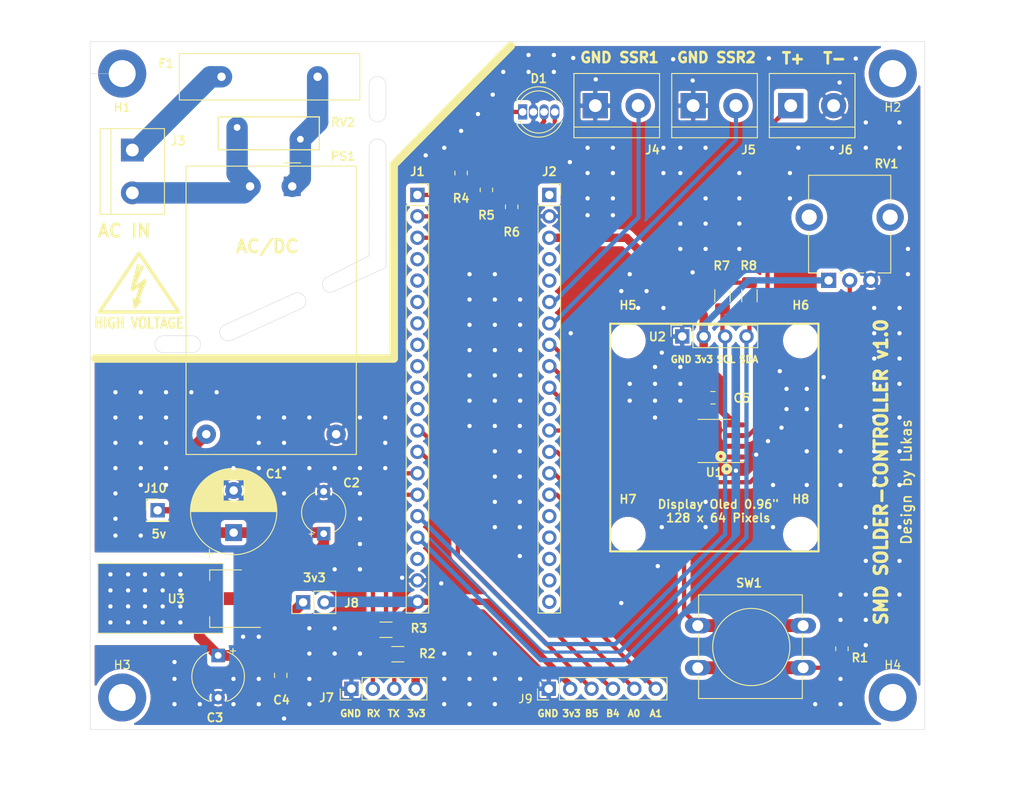
<source format=kicad_pcb>
(kicad_pcb (version 20171130) (host pcbnew "(5.1.7)-1")
  (layers (0 F.Cu signal) (31 B.Cu signal) (34 B.Paste user) (35 F.Paste user) (36 B.SilkS user) (37 F.SilkS user) (38 B.Mask user) (39 F.Mask user) (44 Edge.Cuts user))
  (net 0 "")
  (net 1 "Net-(J1-Pad1)")
  (net 2 "Net-(J1-Pad2)")
  (net 3 "Net-(J2-Pad1)")
  (net 4 /PA3)
  (net 5 GND)
  (net 6 "Net-(R1-Pad2)")
  (net 7 /I2C1_SDA)
  (net 8 /I2C1_SCL)
  (net 9 /SPI1_CS)
  (net 10 /SPI1_MISO)
  (net 11 /SPI1_SCK)
  (net 12 +3V3)
  (net 13 "Net-(J1-Pad18)")
  (net 14 "Net-(J1-Pad15)")
  (net 15 "Net-(J1-Pad14)")
  (net 16 "Net-(J1-Pad13)")
  (net 17 "Net-(J1-Pad12)")
  (net 18 "Net-(J1-Pad11)")
  (net 19 "Net-(J1-Pad10)")
  (net 20 "Net-(J1-Pad9)")
  (net 21 "Net-(J1-Pad8)")
  (net 22 "Net-(J1-Pad7)")
  (net 23 "Net-(J1-Pad6)")
  (net 24 "Net-(J1-Pad5)")
  (net 25 "Net-(J1-Pad4)")
  (net 26 "Net-(J1-Pad3)")
  (net 27 "Net-(J2-Pad4)")
  (net 28 "Net-(J2-Pad5)")
  (net 29 "Net-(J2-Pad6)")
  (net 30 "Net-(J2-Pad7)")
  (net 31 "Net-(J2-Pad11)")
  (net 32 "Net-(J2-Pad13)")
  (net 33 "Net-(J2-Pad14)")
  (net 34 "Net-(J2-Pad15)")
  (net 35 "Net-(J2-Pad16)")
  (net 36 "Net-(J2-Pad17)")
  (net 37 "Net-(J2-Pad18)")
  (net 38 "Net-(J2-Pad19)")
  (net 39 "Net-(J2-Pad20)")
  (net 40 "Net-(J6-Pad1)")
  (net 41 +5V)
  (net 42 "Net-(F1-Pad1)")
  (net 43 "Net-(F1-Pad2)")
  (net 44 "Net-(J3-Pad2)")
  (net 45 "Net-(D1-Pad1)")
  (net 46 "Net-(D1-Pad3)")
  (net 47 "Net-(D1-Pad4)")
  (net 48 "Net-(C3-Pad1)")
  (module TerminalBlock:TerminalBlock_bornier-2_P5.08mm (layer F.Cu) (at 107.14 75.84 270)
    (fp_text reference J3 (at -1.07 -5.43 180) (layer F.SilkS) (effects (font (thickness 0.2))))
    (fp_text value IN_AC)
    (pad 1 thru_hole rect (at 0 0 270) (size 2.7 2.7) (drill 1.52) (layers *.Cu *.Mask) (net 43 "Net-(F1-Pad2)"))
    (pad 2 thru_hole circle (at 5.08 0 270) (size 2.7 2.7) (drill 1.52) (layers *.Cu *.Mask) (net 44 "Net-(J3-Pad2)"))
  )
  (module MountingHole:MountingHole_3.2mm_M3 (layer F.Cu) (at 165.93 98.45)
    (fp_text reference H5 (at 0 -4.2) (layer F.SilkS) (effects (font (thickness 0.2))))
    (fp_text value MountingHole)
    (pad 1 np_thru_hole circle (at 0 0) (size 3.2 3.2) (drill 3.2) (layers *.Cu *.Mask))
  )
  (module MountingHole:MountingHole_3.2mm_M3 (layer F.Cu) (at 186.43 98.44)
    (fp_text reference H6 (at 0 -4.2) (layer F.SilkS) (effects (font (thickness 0.2))))
    (fp_text value MountingHole)
    (pad 1 np_thru_hole circle (at 0 0) (size 3.2 3.2) (drill 3.2) (layers *.Cu *.Mask))
  )
  (module MountingHole:MountingHole_3.2mm_M3 (layer F.Cu) (at 165.93 121.454)
    (fp_text reference H7 (at 0 -4.2) (layer F.SilkS) (effects (font (thickness 0.2))))
    (fp_text value MountingHole)
    (pad 1 np_thru_hole circle (at 0 0) (size 3.2 3.2) (drill 3.2) (layers *.Cu *.Mask))
  )
  (module MountingHole:MountingHole_3.2mm_M3 (layer F.Cu) (at 186.43 121.44)
    (fp_text reference H8 (at 0 -4.2) (layer F.SilkS) (effects (font (thickness 0.2))))
    (fp_text value MountingHole)
    (pad 1 np_thru_hole circle (at 0 0) (size 3.2 3.2) (drill 3.2) (layers *.Cu *.Mask))
  )
  (module TerminalBlock:TerminalBlock_bornier-2_P5.08mm (layer F.Cu) (at 185.24 70.57)
    (fp_text reference J6 (at 6.5 5.25) (layer F.SilkS) (effects (font (thickness 0.2))))
    (fp_text value +THERMO-)
    (pad 1 thru_hole rect (at 0 0) (size 3 3) (drill 1.52) (layers *.Cu *.Mask) (net 40 "Net-(J6-Pad1)"))
    (pad 2 thru_hole circle (at 5.08 0) (size 3 3) (drill 1.52) (layers *.Cu *.Mask) (net 5 GND))
  )
  (module TerminalBlock:TerminalBlock_bornier-2_P5.08mm (layer F.Cu) (at 162.06 70.57)
    (fp_text reference J4 (at 6.78 5.25) (layer F.SilkS) (effects (font (thickness 0.2))))
    (fp_text value SSR1)
    (pad 2 thru_hole circle (at 5.08 0) (size 3 3) (drill 1.52) (layers *.Cu *.Mask) (net 29 "Net-(J2-Pad6)"))
    (pad 1 thru_hole rect (at 0 0) (size 3 3) (drill 1.52) (layers *.Cu *.Mask) (net 5 GND))
  )
  (module Connector_PinSocket_2.54mm:PinSocket_1x20_P2.54mm_Vertical (layer F.Cu) (at 140.96 81.165001)
    (fp_text reference J1 (at 0 -2.77) (layer F.SilkS) (effects (font (thickness 0.2))))
    (fp_text value Conn_01x20)
    (pad 20 thru_hole oval (at 0 48.26) (size 1.7 1.7) (drill 1) (layers *.Cu *.Mask) (net 12 +3V3))
    (pad 19 thru_hole oval (at 0 45.72) (size 1.7 1.7) (drill 1) (layers *.Cu *.Mask) (net 5 GND))
    (pad 18 thru_hole oval (at 0 43.18) (size 1.7 1.7) (drill 1) (layers *.Cu *.Mask) (net 13 "Net-(J1-Pad18)"))
    (pad 17 thru_hole oval (at 0 40.64) (size 1.7 1.7) (drill 1) (layers *.Cu *.Mask) (net 7 /I2C1_SDA))
    (pad 16 thru_hole oval (at 0 38.1) (size 1.7 1.7) (drill 1) (layers *.Cu *.Mask) (net 8 /I2C1_SCL))
    (pad 15 thru_hole oval (at 0 35.56) (size 1.7 1.7) (drill 1) (layers *.Cu *.Mask) (net 14 "Net-(J1-Pad15)"))
    (pad 14 thru_hole oval (at 0 33.02) (size 1.7 1.7) (drill 1) (layers *.Cu *.Mask) (net 15 "Net-(J1-Pad14)"))
    (pad 13 thru_hole oval (at 0 30.48) (size 1.7 1.7) (drill 1) (layers *.Cu *.Mask) (net 16 "Net-(J1-Pad13)"))
    (pad 12 thru_hole oval (at 0 27.94) (size 1.7 1.7) (drill 1) (layers *.Cu *.Mask) (net 17 "Net-(J1-Pad12)"))
    (pad 11 thru_hole oval (at 0 25.4) (size 1.7 1.7) (drill 1) (layers *.Cu *.Mask) (net 18 "Net-(J1-Pad11)"))
    (pad 10 thru_hole oval (at 0 22.86) (size 1.7 1.7) (drill 1) (layers *.Cu *.Mask) (net 19 "Net-(J1-Pad10)"))
    (pad 9 thru_hole oval (at 0 20.32) (size 1.7 1.7) (drill 1) (layers *.Cu *.Mask) (net 20 "Net-(J1-Pad9)"))
    (pad 8 thru_hole oval (at 0 17.78) (size 1.7 1.7) (drill 1) (layers *.Cu *.Mask) (net 21 "Net-(J1-Pad8)"))
    (pad 7 thru_hole oval (at 0 15.24) (size 1.7 1.7) (drill 1) (layers *.Cu *.Mask) (net 22 "Net-(J1-Pad7)"))
    (pad 6 thru_hole oval (at 0 12.7) (size 1.7 1.7) (drill 1) (layers *.Cu *.Mask) (net 23 "Net-(J1-Pad6)"))
    (pad 5 thru_hole oval (at 0 10.16) (size 1.7 1.7) (drill 1) (layers *.Cu *.Mask) (net 24 "Net-(J1-Pad5)"))
    (pad 4 thru_hole oval (at 0 7.62) (size 1.7 1.7) (drill 1) (layers *.Cu *.Mask) (net 25 "Net-(J1-Pad4)"))
    (pad 3 thru_hole oval (at 0 5.08) (size 1.7 1.7) (drill 1) (layers *.Cu *.Mask) (net 26 "Net-(J1-Pad3)"))
    (pad 2 thru_hole oval (at 0 2.54) (size 1.7 1.7) (drill 1) (layers *.Cu *.Mask) (net 2 "Net-(J1-Pad2)"))
    (pad 1 thru_hole rect (at 0 0) (size 1.7 1.7) (drill 1) (layers *.Cu *.Mask) (net 1 "Net-(J1-Pad1)"))
  )
  (module Connector_PinSocket_2.54mm:PinSocket_1x20_P2.54mm_Vertical (layer F.Cu) (at 156.605001 81.165001)
    (fp_text reference J2 (at 0 -2.77) (layer F.SilkS) (effects (font (thickness 0.2))))
    (fp_text value Conn_01x20)
    (pad 1 thru_hole rect (at 0 0) (size 1.7 1.7) (drill 1) (layers *.Cu *.Mask) (net 3 "Net-(J2-Pad1)"))
    (pad 2 thru_hole oval (at 0 2.54) (size 1.7 1.7) (drill 1) (layers *.Cu *.Mask) (net 5 GND))
    (pad 3 thru_hole oval (at 0 5.08) (size 1.7 1.7) (drill 1) (layers *.Cu *.Mask) (net 12 +3V3))
    (pad 4 thru_hole oval (at 0 7.62) (size 1.7 1.7) (drill 1) (layers *.Cu *.Mask) (net 27 "Net-(J2-Pad4)"))
    (pad 5 thru_hole oval (at 0 10.16) (size 1.7 1.7) (drill 1) (layers *.Cu *.Mask) (net 28 "Net-(J2-Pad5)"))
    (pad 6 thru_hole oval (at 0 12.7) (size 1.7 1.7) (drill 1) (layers *.Cu *.Mask) (net 29 "Net-(J2-Pad6)"))
    (pad 7 thru_hole oval (at 0 15.24) (size 1.7 1.7) (drill 1) (layers *.Cu *.Mask) (net 30 "Net-(J2-Pad7)"))
    (pad 8 thru_hole oval (at 0 17.78) (size 1.7 1.7) (drill 1) (layers *.Cu *.Mask) (net 9 /SPI1_CS))
    (pad 9 thru_hole oval (at 0 20.32) (size 1.7 1.7) (drill 1) (layers *.Cu *.Mask) (net 10 /SPI1_MISO))
    (pad 10 thru_hole oval (at 0 22.86) (size 1.7 1.7) (drill 1) (layers *.Cu *.Mask) (net 11 /SPI1_SCK))
    (pad 11 thru_hole oval (at 0 25.4) (size 1.7 1.7) (drill 1) (layers *.Cu *.Mask) (net 31 "Net-(J2-Pad11)"))
    (pad 12 thru_hole oval (at 0 27.94) (size 1.7 1.7) (drill 1) (layers *.Cu *.Mask) (net 4 /PA3))
    (pad 13 thru_hole oval (at 0 30.48) (size 1.7 1.7) (drill 1) (layers *.Cu *.Mask) (net 32 "Net-(J2-Pad13)"))
    (pad 14 thru_hole oval (at 0 33.02) (size 1.7 1.7) (drill 1) (layers *.Cu *.Mask) (net 33 "Net-(J2-Pad14)"))
    (pad 15 thru_hole oval (at 0 35.56) (size 1.7 1.7) (drill 1) (layers *.Cu *.Mask) (net 34 "Net-(J2-Pad15)"))
    (pad 16 thru_hole oval (at 0 38.1) (size 1.7 1.7) (drill 1) (layers *.Cu *.Mask) (net 35 "Net-(J2-Pad16)"))
    (pad 17 thru_hole oval (at 0 40.64) (size 1.7 1.7) (drill 1) (layers *.Cu *.Mask) (net 36 "Net-(J2-Pad17)"))
    (pad 18 thru_hole oval (at 0 43.18) (size 1.7 1.7) (drill 1) (layers *.Cu *.Mask) (net 37 "Net-(J2-Pad18)"))
    (pad 19 thru_hole oval (at 0 45.72) (size 1.7 1.7) (drill 1) (layers *.Cu *.Mask) (net 38 "Net-(J2-Pad19)"))
    (pad 20 thru_hole oval (at 0 48.26) (size 1.7 1.7) (drill 1) (layers *.Cu *.Mask) (net 39 "Net-(J2-Pad20)"))
  )
  (module Resistor_SMD:R_0805_2012Metric_Pad1.20x1.40mm_HandSolder (layer F.Cu) (at 191.31 135 270)
    (fp_text reference R1 (at 1.07 -2.13 180) (layer F.SilkS) (effects (font (thickness 0.2))))
    (fp_text value 5k1)
    (pad 1 smd roundrect (at -1 0 270) (size 1.2 1.4) (layers F.Cu F.Paste F.Mask) (roundrect_rratio 0.2083325) (net 5 GND))
    (pad 2 smd roundrect (at 1 0 270) (size 1.2 1.4) (layers F.Cu F.Paste F.Mask) (roundrect_rratio 0.2083325) (net 6 "Net-(R1-Pad2)"))
  )
  (module Button_Switch_THT:SW_PUSH-12mm (layer F.Cu) (at 174.21 132.25)
    (fp_text reference SW1 (at 6.08 -5.055) (layer F.SilkS) (effects (font (thickness 0.2))))
    (fp_text value SW_Push)
    (pad 1 thru_hole oval (at 12.5 0) (size 3.048 1.85) (drill 1.3) (layers *.Cu *.Mask) (net 32 "Net-(J2-Pad13)"))
    (pad 2 thru_hole oval (at 12.5 5) (size 3.048 1.85) (drill 1.3) (layers *.Cu *.Mask) (net 6 "Net-(R1-Pad2)"))
    (pad 1 thru_hole oval (at 0 0) (size 3.048 1.85) (drill 1.3) (layers *.Cu *.Mask) (net 32 "Net-(J2-Pad13)"))
    (pad 2 thru_hole oval (at 0 5) (size 3.048 1.85) (drill 1.3) (layers *.Cu *.Mask) (net 6 "Net-(R1-Pad2)"))
  )
  (module Package_SO:SOIC-8_3.9x4.9mm_P1.27mm (layer F.Cu) (at 176.175 110.345 180)
    (fp_text reference U1 (at 0 -3.725) (layer F.SilkS) (effects (font (thickness 0.2))))
    (fp_text value MAX6675)
    (pad 1 smd roundrect (at -2.475 -1.905 180) (size 2.2 0.6) (layers F.Cu F.Paste F.Mask) (net 5 GND))
    (pad 2 smd roundrect (at -2.475 -0.635 180) (size 2.2 0.6) (layers F.Cu F.Paste F.Mask) (net 5 GND))
    (pad 3 smd roundrect (at -2.475 0.635 180) (size 2.2 0.6) (layers F.Cu F.Paste F.Mask) (net 40 "Net-(J6-Pad1)"))
    (pad 4 smd roundrect (at -2.475 1.905 180) (size 2.2 0.6) (layers F.Cu F.Paste F.Mask) (net 12 +3V3))
    (pad 5 smd roundrect (at 2.475 1.905 180) (size 2.2 0.6) (layers F.Cu F.Paste F.Mask) (net 11 /SPI1_SCK))
    (pad 6 smd roundrect (at 2.475 0.635 180) (size 2.2 0.6) (layers F.Cu F.Paste F.Mask) (net 9 /SPI1_CS))
    (pad 7 smd roundrect (at 2.475 -0.635 180) (size 2.2 0.6) (layers F.Cu F.Paste F.Mask) (net 10 /SPI1_MISO))
    (pad 8 smd roundrect (at 2.475 -1.905 180) (size 2.2 0.6) (layers F.Cu F.Paste F.Mask))
  )
  (module Connector_PinSocket_2.54mm:PinSocket_1x04_P2.54mm_Vertical (layer F.Cu) (at 172.37 97.95 90)
    (fp_text reference U2 (at -0.04 -2.95 180) (layer F.SilkS) (effects (font (thickness 0.2))))
    (fp_text value OLED)
    (pad 1 thru_hole rect (at 0 0 90) (size 1.7 1.7) (drill 1) (layers *.Cu *.Mask) (net 5 GND))
    (pad 2 thru_hole oval (at 0 2.54 90) (size 1.7 1.7) (drill 1) (layers *.Cu *.Mask) (net 12 +3V3))
    (pad 3 thru_hole oval (at 0 5.08 90) (size 1.7 1.7) (drill 1) (layers *.Cu *.Mask) (net 8 /I2C1_SCL))
    (pad 4 thru_hole oval (at 0 7.62 90) (size 1.7 1.7) (drill 1) (layers *.Cu *.Mask) (net 7 /I2C1_SDA))
  )
  (module Connector_PinHeader_2.54mm:PinHeader_1x04_P2.54mm_Vertical (layer F.Cu) (at 133.13 139.74 90)
    (fp_text reference J7 (at -1.06 -2.95 180) (layer F.SilkS) (effects (font (thickness 0.2))))
    (fp_text value Conn_01x04)
    (pad 1 thru_hole rect (at 0 0 90) (size 1.7 1.7) (drill 1) (layers *.Cu *.Mask) (net 5 GND))
    (pad 2 thru_hole oval (at 0 2.54 90) (size 1.7 1.7) (drill 1) (layers *.Cu *.Mask) (net 15 "Net-(J1-Pad14)"))
    (pad 3 thru_hole oval (at 0 5.08 90) (size 1.7 1.7) (drill 1) (layers *.Cu *.Mask) (net 14 "Net-(J1-Pad15)"))
    (pad 4 thru_hole oval (at 0 7.62 90) (size 1.7 1.7) (drill 1) (layers *.Cu *.Mask) (net 12 +3V3))
  )
  (module TerminalBlock:TerminalBlock_bornier-2_P5.08mm (layer F.Cu) (at 173.66 70.57)
    (fp_text reference J5 (at 6.58 5.25) (layer F.SilkS) (effects (font (thickness 0.2))))
    (fp_text value SSR2)
    (pad 1 thru_hole rect (at 0 0) (size 3 3) (drill 1.52) (layers *.Cu *.Mask) (net 5 GND))
    (pad 2 thru_hole circle (at 5.08 0) (size 3 3) (drill 1.52) (layers *.Cu *.Mask) (net 30 "Net-(J2-Pad7)"))
  )
  (module Capacitor_SMD:C_0805_2012Metric_Pad1.18x1.45mm_HandSolder (layer F.Cu) (at 176.0175 105.22)
    (fp_text reference C5 (at 3.4225 0.05) (layer F.SilkS) (effects (font (thickness 0.2))))
    (fp_text value 100nF)
    (pad 1 smd roundrect (at -1.0375 0) (size 1.175 1.45) (layers F.Cu F.Paste F.Mask) (roundrect_rratio 0.2127659574468085) (net 5 GND))
    (pad 2 smd roundrect (at 1.0375 0) (size 1.175 1.45) (layers F.Cu F.Paste F.Mask) (roundrect_rratio 0.2127659574468085) (net 12 +3V3))
  )
  (module Resistor_SMD:R_1206_3216Metric_Pad1.30x1.75mm_HandSolder (layer F.Cu) (at 138.63 135.64)
    (fp_text reference R2 (at 3.51 -0.07) (layer F.SilkS) (effects (font (thickness 0.2))))
    (fp_text value 4k7)
    (pad 2 smd roundrect (at 1.55 0) (size 1.3 1.75) (layers F.Cu F.Paste F.Mask) (roundrect_rratio 0.1923069230769231) (net 12 +3V3))
    (pad 1 smd roundrect (at -1.55 0) (size 1.3 1.75) (layers F.Cu F.Paste F.Mask) (roundrect_rratio 0.1923069230769231) (net 14 "Net-(J1-Pad15)"))
  )
  (module Resistor_SMD:R_1206_3216Metric_Pad1.30x1.75mm_HandSolder (layer F.Cu) (at 137.23 132.74 180)
    (fp_text reference R3 (at -3.91 0.17) (layer F.SilkS) (effects (font (thickness 0.2))))
    (fp_text value 4k7)
    (pad 1 smd roundrect (at -1.55 0 180) (size 1.3 1.75) (layers F.Cu F.Paste F.Mask) (roundrect_rratio 0.1923069230769231) (net 12 +3V3))
    (pad 2 smd roundrect (at 1.55 0 180) (size 1.3 1.75) (layers F.Cu F.Paste F.Mask) (roundrect_rratio 0.1923069230769231) (net 15 "Net-(J1-Pad14)"))
  )
  (module Capacitor_THT:CP_Radial_Tantal_D5.0mm_P5.00mm (layer F.Cu) (at 129.84 121.34 90)
    (fp_text reference C2 (at 6.02 3.3 180) (layer F.SilkS) (effects (font (thickness 0.2))))
    (fp_text value 10uF)
    (pad 1 thru_hole rect (at 0 0 90) (size 1.6 1.6) (drill 0.8) (layers *.Cu *.Mask) (net 41 +5V))
    (pad 2 thru_hole circle (at 5 0 90) (size 1.6 1.6) (drill 0.8) (layers *.Cu *.Mask) (net 5 GND))
  )
  (module Capacitor_THT:CP_Radial_Tantal_D6.0mm_P5.00mm (layer F.Cu) (at 117.32 135.79 270)
    (fp_text reference C3 (at 7.38 0.38 180) (layer F.SilkS) (effects (font (thickness 0.2))))
    (fp_text value 22uF)
    (pad 1 thru_hole rect (at 0 0 270) (size 1.6 1.6) (drill 0.8) (layers *.Cu *.Mask) (net 48 "Net-(C3-Pad1)"))
    (pad 2 thru_hole circle (at 5 0 270) (size 1.6 1.6) (drill 0.8) (layers *.Cu *.Mask) (net 5 GND))
  )
  (module Capacitor_SMD:C_0805_2012Metric_Pad1.18x1.45mm_HandSolder (layer F.Cu) (at 124.74 138.1575 270)
    (fp_text reference C4 (at 2.9125 -0.1 180) (layer F.SilkS) (effects (font (thickness 0.2))))
    (fp_text value 100nF)
    (pad 1 smd roundrect (at -1.0375 0 270) (size 1.175 1.45) (layers F.Cu F.Paste F.Mask) (roundrect_rratio 0.2127659574468085) (net 48 "Net-(C3-Pad1)"))
    (pad 2 smd roundrect (at 1.0375 0 270) (size 1.175 1.45) (layers F.Cu F.Paste F.Mask) (roundrect_rratio 0.2127659574468085) (net 5 GND))
  )
  (module Connector_PinHeader_2.54mm:PinHeader_1x02_P2.54mm_Vertical (layer F.Cu) (at 127.4 129.49 90)
    (fp_text reference J8 (at -0.08 5.74 180) (layer F.SilkS) (effects (font (thickness 0.2))))
    (fp_text value Conn_01x02)
    (pad 1 thru_hole rect (at 0 0 90) (size 1.7 1.7) (drill 1) (layers *.Cu *.Mask) (net 48 "Net-(C3-Pad1)"))
    (pad 2 thru_hole oval (at 0 2.54 90) (size 1.7 1.7) (drill 1) (layers *.Cu *.Mask) (net 12 +3V3))
  )
  (module Converter_ACDC:Converter_ACDC_HiLink_HLK-PMxx (layer F.Cu) (at 126.11 80.15 270)
    (fp_text reference PS1 (at -3.58 -6.03) (layer F.SilkS) (effects (font (thickness 0.2))))
    (fp_text value HLK-PM01)
    (pad 3 thru_hole circle (at 29.4 -5.2 270) (size 2.3 2.3) (drill 1) (layers *.Cu *.Mask) (net 5 GND))
    (pad 1 thru_hole rect (at 0 0 270) (size 2.3 2) (drill 1) (layers *.Cu *.Mask) (net 42 "Net-(F1-Pad1)"))
    (pad 2 thru_hole circle (at 0 5 270) (size 2.3 2.3) (drill 1) (layers *.Cu *.Mask) (net 44 "Net-(J3-Pad2)"))
    (pad 4 thru_hole circle (at 29.4 10.2 270) (size 2.3 2.3) (drill 1) (layers *.Cu *.Mask) (net 41 +5V))
  )
  (module Varistor:RV_Disc_D12mm_W3.9mm_P7.5mm (layer F.Cu) (at 127.07 74.56 180)
    (fp_text reference RV2 (at -5.07 1.99) (layer F.SilkS) (effects (font (thickness 0.2))))
    (fp_text value "S10K250 (250V)")
    (pad 1 thru_hole circle (at 0 0 180) (size 1.8 1.8) (drill 0.8) (layers *.Cu *.Mask) (net 42 "Net-(F1-Pad1)"))
    (pad 2 thru_hole circle (at 7.5 1.4 180) (size 1.8 1.8) (drill 0.8) (layers *.Cu *.Mask) (net 44 "Net-(J3-Pad2)"))
  )
  (module Package_TO_SOT_SMD:SOT-223-3_TabPin2 (layer F.Cu) (at 118.23 129.05 180)
    (fp_text reference U3 (at 5.89 -0.02) (layer F.SilkS) (effects (font (thickness 0.2))))
    (fp_text value LM1117-3.3)
    (pad 2 smd rect (at 3.15 0 180) (size 2 3.8) (layers F.Cu F.Paste F.Mask) (net 48 "Net-(C3-Pad1)"))
    (pad 2 smd rect (at -3.15 0 180) (size 2 1.5) (layers F.Cu F.Paste F.Mask) (net 48 "Net-(C3-Pad1)"))
    (pad 3 smd rect (at -3.15 2.3 180) (size 2 1.5) (layers F.Cu F.Paste F.Mask) (net 41 +5V))
    (pad 1 smd rect (at -3.15 -2.3 180) (size 2 1.5) (layers F.Cu F.Paste F.Mask) (net 5 GND))
  )
  (module Fuse:Fuse_Littelfuse-LVR125 (layer F.Cu) (at 129.12 67.15 180)
    (fp_text reference F1 (at 17.98 1.58) (layer F.SilkS) (effects (font (thickness 0.2))))
    (fp_text value Fuse)
    (pad 1 thru_hole circle (at 0 0 180) (size 2 2) (drill 1) (layers *.Cu *.Mask) (net 42 "Net-(F1-Pad1)"))
    (pad 2 thru_hole circle (at 11.4 0 180) (size 2 2) (drill 1) (layers *.Cu *.Mask) (net 43 "Net-(F1-Pad2)"))
  )
  (module Capacitor_THT:CP_Radial_D10.0mm_P5.00mm (layer F.Cu) (at 119.16 121.22 90)
    (fp_text reference C1 (at 6.97 4.8 180) (layer F.SilkS) (effects (font (thickness 0.2))))
    (fp_text value 1000uF)
    (pad 2 thru_hole circle (at 5 0 90) (size 2 2) (drill 1) (layers *.Cu *.Mask) (net 5 GND))
    (pad 1 thru_hole rect (at 0 0 90) (size 2 2) (drill 1) (layers *.Cu *.Mask) (net 41 +5V))
  )
  (module LED_THT:LED_D5.0mm-4_RGB (layer F.Cu) (at 153.44 71.32)
    (fp_text reference D1 (at 1.905 -3.96) (layer F.SilkS) (effects (font (thickness 0.2))))
    (fp_text value LED_RCGB)
    (pad 1 thru_hole rect (at 0 0) (size 1.07 1.8) (drill 0.9) (layers *.Cu *.Mask) (net 45 "Net-(D1-Pad1)"))
    (pad 2 thru_hole oval (at 1.27 0) (size 1.07 1.8) (drill 0.9) (layers *.Cu *.Mask) (net 5 GND))
    (pad 3 thru_hole oval (at 2.54 0) (size 1.07 1.8) (drill 0.9) (layers *.Cu *.Mask) (net 46 "Net-(D1-Pad3)"))
    (pad 4 thru_hole oval (at 3.81 0) (size 1.07 1.8) (drill 0.9) (layers *.Cu *.Mask) (net 47 "Net-(D1-Pad4)"))
  )
  (module Resistor_SMD:R_0805_2012Metric_Pad1.20x1.40mm_HandSolder (layer F.Cu) (at 146.14 78.57 270)
    (fp_text reference R4 (at 3 0 180) (layer F.SilkS) (effects (font (thickness 0.2))))
    (fp_text value R)
    (pad 1 smd roundrect (at -1 0 270) (size 1.2 1.4) (layers F.Cu F.Paste F.Mask) (roundrect_rratio 0.2083325) (net 45 "Net-(D1-Pad1)"))
    (pad 2 smd roundrect (at 1 0 270) (size 1.2 1.4) (layers F.Cu F.Paste F.Mask) (roundrect_rratio 0.2083325) (net 1 "Net-(J1-Pad1)"))
  )
  (module Resistor_SMD:R_0805_2012Metric_Pad1.20x1.40mm_HandSolder (layer F.Cu) (at 149.14 80.57 90)
    (fp_text reference R5 (at -3 0 180) (layer F.SilkS) (effects (font (thickness 0.2))))
    (fp_text value R)
    (pad 2 smd roundrect (at 1 0 90) (size 1.2 1.4) (layers F.Cu F.Paste F.Mask) (roundrect_rratio 0.2083325) (net 46 "Net-(D1-Pad3)"))
    (pad 1 smd roundrect (at -1 0 90) (size 1.2 1.4) (layers F.Cu F.Paste F.Mask) (roundrect_rratio 0.2083325) (net 2 "Net-(J1-Pad2)"))
  )
  (module Resistor_SMD:R_0805_2012Metric_Pad1.20x1.40mm_HandSolder (layer F.Cu) (at 152.14 82.57 90)
    (fp_text reference R6 (at -3 0 180) (layer F.SilkS) (effects (font (thickness 0.2))))
    (fp_text value R)
    (pad 1 smd roundrect (at -1 0 90) (size 1.2 1.4) (layers F.Cu F.Paste F.Mask) (roundrect_rratio 0.2083325) (net 26 "Net-(J1-Pad3)"))
    (pad 2 smd roundrect (at 1 0 90) (size 1.2 1.4) (layers F.Cu F.Paste F.Mask) (roundrect_rratio 0.2083325) (net 47 "Net-(D1-Pad4)"))
  )
  (module Resistor_SMD:R_1206_3216Metric_Pad1.30x1.75mm_HandSolder (layer F.Cu) (at 177.14 93.12 270)
    (fp_text reference R7 (at -3.55 0.09 180) (layer F.SilkS) (effects (font (thickness 0.2))))
    (fp_text value 4k7)
    (pad 2 smd roundrect (at 1.55 0 270) (size 1.3 1.75) (layers F.Cu F.Paste F.Mask) (roundrect_rratio 0.1923069230769231) (net 8 /I2C1_SCL))
    (pad 1 smd roundrect (at -1.55 0 270) (size 1.3 1.75) (layers F.Cu F.Paste F.Mask) (roundrect_rratio 0.1923069230769231) (net 12 +3V3))
  )
  (module Resistor_SMD:R_1206_3216Metric_Pad1.30x1.75mm_HandSolder (layer F.Cu) (at 180.34 93.12 270)
    (fp_text reference R8 (at -3.57 0.09 180) (layer F.SilkS) (effects (font (thickness 0.2))))
    (fp_text value 4k7)
    (pad 1 smd roundrect (at -1.55 0 270) (size 1.3 1.75) (layers F.Cu F.Paste F.Mask) (roundrect_rratio 0.1923069230769231) (net 12 +3V3))
    (pad 2 smd roundrect (at 1.55 0 270) (size 1.3 1.75) (layers F.Cu F.Paste F.Mask) (roundrect_rratio 0.1923069230769231) (net 7 /I2C1_SDA))
  )
  (module Potentiometer_THT:Potentiometer_Alpha_RD901F-40-00D_Single_Vertical_CircularHoles (layer F.Cu) (at 189.73 91.3 90)
    (fp_text reference RV1 (at 13.83 6.87) (layer F.SilkS) (effects (font (thickness 0.2))))
    (fp_text value R_POT)
    (pad 1 thru_hole rect (at 0 0 180) (size 1.8 1.8) (drill 1) (layers *.Cu *.Mask) (net 12 +3V3))
    (pad 2 thru_hole circle (at 0 2.5 180) (size 1.8 1.8) (drill 1) (layers *.Cu *.Mask) (net 4 /PA3))
    (pad 3 thru_hole circle (at 0 5 180) (size 1.8 1.8) (drill 1) (layers *.Cu *.Mask) (net 5 GND))
    (pad "" thru_hole circle (at 7.5 7.3 180) (size 3.24 3.24) (drill 1.8) (layers *.Cu *.Mask))
    (pad "" thru_hole circle (at 7.5 -2.3 180) (size 3.24 3.24) (drill 1.8) (layers *.Cu *.Mask))
  )
  (module Connector_PinHeader_2.54mm:PinHeader_1x06_P2.54mm_Vertical (layer F.Cu) (at 156.53 139.74 90)
    (fp_text reference J9 (at -1.2 -2.76 180) (layer F.SilkS))
    (fp_text value Conn_01x06)
    (pad 1 thru_hole rect (at 0 0 90) (size 1.7 1.7) (drill 1) (layers *.Cu *.Mask) (net 5 GND))
    (pad 2 thru_hole oval (at 0 2.54 90) (size 1.7 1.7) (drill 1) (layers *.Cu *.Mask) (net 12 +3V3))
    (pad 3 thru_hole oval (at 0 5.08 90) (size 1.7 1.7) (drill 1) (layers *.Cu *.Mask) (net 16 "Net-(J1-Pad13)"))
    (pad 4 thru_hole oval (at 0 7.62 90) (size 1.7 1.7) (drill 1) (layers *.Cu *.Mask) (net 17 "Net-(J1-Pad12)"))
    (pad 5 thru_hole oval (at 0 10.16 90) (size 1.7 1.7) (drill 1) (layers *.Cu *.Mask) (net 34 "Net-(J2-Pad15)"))
    (pad 6 thru_hole oval (at 0 12.7 90) (size 1.7 1.7) (drill 1) (layers *.Cu *.Mask) (net 33 "Net-(J2-Pad14)"))
  )
  (module Connector_PinHeader_2.54mm:PinHeader_1x01_P2.54mm_Vertical (layer F.Cu) (at 110.14 118.57)
    (fp_text reference J10 (at -0.27 -2.62) (layer F.SilkS) (effects (font (thickness 0.2))))
    (fp_text value Conn_01x01)
    (pad 1 thru_hole rect (at 0 0) (size 1.7 1.7) (drill 1) (layers *.Cu *.Mask) (net 41 +5V))
  )
  (module MountingHole:MountingHole_3.2mm_M3_ISO7380_Pad (layer F.Cu) (at 197.34 66.77)
    (fp_text reference H2 (at 0 4) (layer F.SilkS))
    (fp_text value MountingHole)
    (pad 1 thru_hole circle (at 0 0) (size 5.7 5.7) (drill 3.2) (layers *.Cu *.Mask))
  )
  (module MountingHole:MountingHole_3.2mm_M3_ISO7380_Pad (layer F.Cu) (at 105.94 140.77)
    (fp_text reference H3 (at 0 -3.85) (layer F.SilkS))
    (fp_text value MountingHole)
    (pad 1 thru_hole circle (at 0 0) (size 5.7 5.7) (drill 3.2) (layers *.Cu *.Mask))
  )
  (module MountingHole:MountingHole_3.2mm_M3_ISO7380_Pad (layer F.Cu) (at 197.34 140.77)
    (fp_text reference H4 (at 0 -3.85) (layer F.SilkS))
    (fp_text value MountingHole)
    (pad 1 thru_hole circle (at 0 0) (size 5.7 5.7) (drill 3.2) (layers *.Cu *.Mask))
  )
  (module MountingHole:MountingHole_3.2mm_M3_ISO7380_Pad (layer F.Cu) (at 105.94 66.77)
    (fp_text reference H1 (at 0 4) (layer F.SilkS))
    (fp_text value MountingHole)
    (pad 1 thru_hole circle (at 0 0) (size 5.7 5.7) (drill 3.2) (layers *.Cu *.Mask))
  )
  (gr_line (start 105.94 66.77) (end 102.14 66.77) (layer Edge.Cuts) (width 0.05))
  (gr_circle (center 176.94 112.17) (end 177.14 112.17) (layer F.SilkS) (width 0.45))
  (gr_circle (center 177.64 113.67) (end 177.84 113.67) (layer F.SilkS) (width 0.45))
  (gr_text 5v (at 110.29 121.38) (layer F.SilkS) (effects (font (size 1 1) (thickness 0.2))))
  (gr_text 3v3 (at 128.74 126.57) (layer F.SilkS) (effects (font (size 1 1) (thickness 0.2))))
  (gr_text "Display Oled 0.96\"\n128 x 64 Pixels" (at 176.64 118.67) (layer F.SilkS) (effects (font (size 1 1) (thickness 0.2))))
  (gr_text SDA (at 180.24 100.67) (layer F.SilkS) (effects (font (size 0.8 0.8) (thickness 0.2))))
  (gr_text SCL (at 177.54 100.67) (layer F.SilkS) (effects (font (size 0.8 0.8) (thickness 0.2))))
  (gr_text 3v3 (at 174.94 100.67) (layer F.SilkS) (effects (font (size 0.8 0.8) (thickness 0.2))))
  (gr_text GND (at 172.24 100.67) (layer F.SilkS) (effects (font (size 0.8 0.8) (thickness 0.2))))
  (gr_line (start 188.53 96.44) (end 188.54 123.44) (layer F.SilkS) (width 0.25))
  (gr_text RX (at 135.74 142.67) (layer F.SilkS) (effects (font (size 0.8 0.8) (thickness 0.2))))
  (gr_text TX (at 138.14 142.67) (layer F.SilkS) (effects (font (size 0.8 0.8) (thickness 0.2))))
  (gr_text 3v3 (at 140.84 142.67) (layer F.SilkS) (effects (font (size 0.8 0.8) (thickness 0.2))))
  (gr_text GND (at 133.04 142.67) (layer F.SilkS) (effects (font (size 0.8 0.8) (thickness 0.2))))
  (gr_text B4 (at 164.14 142.67) (layer F.SilkS) (effects (font (size 0.8 0.8) (thickness 0.2))))
  (gr_text "B5\n" (at 161.64 142.67) (layer F.SilkS) (effects (font (size 0.8 0.8) (thickness 0.2))))
  (gr_text 3v3 (at 159.24 142.67) (layer F.SilkS) (effects (font (size 0.8 0.8) (thickness 0.2))))
  (gr_text GND (at 156.44 142.67) (layer F.SilkS) (effects (font (size 0.8 0.8) (thickness 0.2))))
  (gr_text A1 (at 169.24 142.67) (layer F.SilkS) (effects (font (size 0.8 0.8) (thickness 0.2))))
  (gr_text A0 (at 166.64 142.67) (layer F.SilkS) (effects (font (size 0.8 0.8) (thickness 0.2))))
  (gr_text "Design by Lukas" (at 198.96 115.21 90) (layer F.SilkS) (effects (font (size 1.2 1.2) (thickness 0.2))))
  (gr_text "SMD SOLDER-CONTROLLER v1.0" (at 195.95 114.03 90) (layer F.SilkS) (effects (font (size 1.5 1.5) (thickness 0.375))))
  (gr_line (start 107.41 94.6) (end 107.38 94.59) (layer F.SilkS) (width 0.12))
  (gr_line (start 107.46 94.6) (end 107.41 94.6) (layer F.SilkS) (width 0.12))
  (gr_line (start 107.46 94.58) (end 107.46 94.6) (layer F.SilkS) (width 0.12))
  (gr_line (start 107.36 94.57) (end 107.39 94.59) (layer F.SilkS) (width 0.12))
  (gr_line (start 107.4 94.52) (end 107.36 94.57) (layer F.SilkS) (width 0.12))
  (gr_line (start 107.47 94.54) (end 107.4 94.52) (layer F.SilkS) (width 0.12))
  (gr_line (start 107.34 94.55) (end 107.24 93.56) (layer F.SilkS) (width 0.12))
  (gr_line (start 107.49 94.58) (end 108.16 93.8) (layer F.SilkS) (width 0.12))
  (gr_line (start 107.47 94.33) (end 108.1 93.73) (layer F.SilkS) (width 0.3))
  (gr_line (start 107.49 93.91) (end 108 92) (layer F.SilkS) (width 0.12))
  (gr_line (start 107.47 94.39) (end 108.03 91.91) (layer F.SilkS) (width 0.12))
  (gr_line (start 107.49 94.34) (end 108.18 91.83) (layer F.SilkS) (width 0.12))
  (gr_line (start 107.47 94.33) (end 107.35 93.59) (layer F.SilkS) (width 0.34))
  (gr_line (start 108.63 91.36) (end 107.47 94.33) (layer F.SilkS) (width 0.4))
  (gr_line (start 107.13 92.4) (end 108.63 91.36) (layer F.SilkS) (width 0.4))
  (gr_line (start 107.09 92.41) (end 107.84 89.51) (layer F.SilkS) (width 0.35))
  (gr_line (start 108.33 89.66) (end 107.09 92.41) (layer F.SilkS) (width 0.35))
  (gr_line (start 107.93 88.07) (end 112.65 95.05) (layer F.SilkS) (width 0.4))
  (gr_line (start 103.26 95.04) (end 107.93 88.07) (layer F.SilkS) (width 0.4))
  (gr_line (start 112.65 95.05) (end 103.26 95.04) (layer F.SilkS) (width 0.4))
  (gr_line (start 137.23 68.11) (end 137.23 71.51) (layer Edge.Cuts) (width 0.05))
  (gr_arc (start 136.23 71.51) (end 135.23 71.51) (angle -180) (layer Edge.Cuts) (width 0.05))
  (gr_line (start 135.23 71.51) (end 135.23 68.11) (layer Edge.Cuts) (width 0.05))
  (gr_arc (start 136.23 68.11) (end 137.23 68.11) (angle -180) (layer Edge.Cuts) (width 0.05))
  (gr_arc (start 136.23 75.53) (end 137.23 75.53) (angle -180) (layer Edge.Cuts) (width 0.05))
  (gr_text AC/DC (at 123.14 87.27) (layer F.SilkS) (effects (font (size 1.5 1.5) (thickness 0.3))))
  (gr_text "HIGH VOLTAGE\n" (at 107.94 96.37) (layer F.SilkS) (effects (font (size 1.2 1) (thickness 0.25))))
  (gr_text "AC IN" (at 106.18 85.42) (layer F.SilkS) (effects (font (size 1.5 1.5) (thickness 0.3))))
  (gr_line (start 117.94 133.17) (end 117.94 129.07) (layer F.SilkS) (width 0.12))
  (gr_line (start 103.04 133.17) (end 117.94 133.17) (layer F.SilkS) (width 0.12))
  (gr_line (start 103.04 124.87) (end 103.04 133.17) (layer F.SilkS) (width 0.12))
  (gr_line (start 117.94 124.87) (end 103.04 124.87) (layer F.SilkS) (width 0.12))
  (gr_line (start 117.94 129.07) (end 117.94 124.87) (layer F.SilkS) (width 0.12))
  (gr_line (start 138.14 77.57) (end 152.04 63.47) (layer F.SilkS) (width 1))
  (gr_line (start 118.942125 98.397279) (end 127.33 94.569999) (layer Edge.Cuts) (width 0.05))
  (gr_arc (start 126.73 93.77) (end 127.33 94.57) (angle -167.0926321) (layer Edge.Cuts) (width 0.05))
  (gr_line (start 117.923861 96.656189) (end 126.323861 92.856189) (layer Edge.Cuts) (width 0.05))
  (gr_arc (start 118.53 97.47) (end 117.923861 96.656189) (angle -167.2832306) (layer Edge.Cuts) (width 0.05))
  (gr_line (start 110.83 97.87) (end 114.23 97.87) (layer Edge.Cuts) (width 0.05))
  (gr_arc (start 110.83 98.87) (end 110.83 97.87) (angle -180) (layer Edge.Cuts) (width 0.05))
  (gr_arc (start 114.23 98.87) (end 114.23 99.87) (angle -180) (layer Edge.Cuts) (width 0.05))
  (gr_line (start 114.23 99.87) (end 110.83 99.87) (layer Edge.Cuts) (width 0.05))
  (gr_arc (start 130.63 91.77) (end 130.130001 90.970001) (angle -180) (layer Edge.Cuts) (width 0.05))
  (gr_line (start 138.15 100.57) (end 102.74 100.57) (layer F.SilkS) (width 1))
  (gr_line (start 138.14 77.57) (end 138.15 100.57) (layer F.SilkS) (width 1))
  (gr_line (start 137.23 89.77) (end 131.13 92.57) (layer Edge.Cuts) (width 0.05))
  (gr_line (start 135.23 88.17) (end 135.23 88.37) (layer Edge.Cuts) (width 0.05))
  (gr_line (start 137.23 86.17) (end 137.23 89.77) (layer Edge.Cuts) (width 0.05))
  (gr_line (start 135.23 88.37) (end 130.13 90.97) (layer Edge.Cuts) (width 0.05))
  (gr_line (start 135.23 86.17) (end 135.23 82.17) (layer Edge.Cuts) (width 0.05))
  (gr_line (start 135.23 88.17) (end 135.23 86.17) (layer Edge.Cuts) (width 0.05))
  (gr_line (start 137.23 82.17) (end 137.23 86.17) (layer Edge.Cuts) (width 0.05))
  (gr_line (start 137.23 79.17) (end 137.23 82.17) (layer Edge.Cuts) (width 0.05))
  (gr_line (start 137.23 79.17) (end 137.23 75.53) (layer Edge.Cuts) (width 0.05))
  (gr_line (start 135.23 79.17) (end 135.23 82.17) (layer Edge.Cuts) (width 0.05))
  (gr_line (start 135.23 75.53) (end 135.23 79.17) (layer Edge.Cuts) (width 0.05))
  (gr_text T+ (at 185.54 64.97) (layer F.SilkS) (effects (font (size 1.3 1.3) (thickness 0.325))))
  (gr_text "SSR2\n" (at 178.74 64.87) (layer F.SilkS) (effects (font (size 1.2 1.2) (thickness 0.3))))
  (gr_text SSR1 (at 167.24 64.87) (layer F.SilkS) (effects (font (size 1.2 1.2) (thickness 0.3))))
  (gr_text GND (at 162.14 64.87) (layer F.SilkS) (effects (font (size 1.2 1.2) (thickness 0.3))))
  (gr_text GND (at 173.64 64.87) (layer F.SilkS) (effects (font (size 1.2 1.2) (thickness 0.3))))
  (gr_text T- (at 190.44 64.97) (layer F.SilkS) (effects (font (size 1.3 1.3) (thickness 0.325))))
  (gr_line (start 163.83 123.44) (end 163.83 96.44) (layer F.SilkS) (width 0.25))
  (gr_line (start 188.54 123.44) (end 163.83 123.44) (layer F.SilkS) (width 0.25))
  (gr_line (start 163.83 96.44) (end 188.53 96.44) (layer F.SilkS) (width 0.25))
  (gr_line (start 102.14 144.57) (end 102.14 62.97) (layer Edge.Cuts) (width 0.05))
  (gr_line (start 201.14 144.57) (end 102.14 144.57) (layer Edge.Cuts) (width 0.05))
  (gr_line (start 201.14 62.97) (end 201.14 144.57) (layer Edge.Cuts) (width 0.05))
  (gr_line (start 102.14 62.97) (end 201.14 62.97) (layer Edge.Cuts) (width 0.05))
  (segment (start 144.544999 81.165001) (end 146.14 79.57) (width 0.508) (layer F.Cu) (net 1))
  (segment (start 140.96 81.165001) (end 144.544999 81.165001) (width 0.508) (layer F.Cu) (net 1))
  (segment (start 147.004999 83.705001) (end 149.14 81.57) (width 0.508) (layer F.Cu) (net 2))
  (segment (start 140.96 83.705001) (end 147.004999 83.705001) (width 0.508) (layer F.Cu) (net 2))
  (segment (start 158.295001 109.105001) (end 156.605001 109.105001) (width 0.508) (layer F.Cu) (net 4))
  (segment (start 192.24 103.43) (end 180.43 115.24) (width 0.508) (layer F.Cu) (net 4))
  (segment (start 180.43 115.24) (end 164.43 115.24) (width 0.508) (layer F.Cu) (net 4))
  (segment (start 164.43 115.24) (end 158.295001 109.105001) (width 0.508) (layer F.Cu) (net 4))
  (segment (start 192.24 91.31) (end 192.23 91.3) (width 0.508) (layer F.Cu) (net 4))
  (segment (start 192.24 103.43) (end 192.24 91.31) (width 0.508) (layer F.Cu) (net 4))
  (segment (start 178.65 110.98) (end 178.65 112.25) (width 0.4) (layer F.Cu) (net 5))
  (via (at 125.14 113.57) (size 1.016) (drill 0.508) (layers F.Cu B.Cu) (net 5))
  (via (at 128.14 113.57) (size 1.016) (drill 0.508) (layers F.Cu B.Cu) (net 5))
  (via (at 131.14 113.57) (size 1.016) (drill 0.508) (layers F.Cu B.Cu) (net 5))
  (via (at 134.14 113.57) (size 1.016) (drill 0.508) (layers F.Cu B.Cu) (net 5))
  (via (at 137.14 113.57) (size 1.016) (drill 0.508) (layers F.Cu B.Cu) (net 5))
  (via (at 125.14 116.57) (size 1.016) (drill 0.508) (layers F.Cu B.Cu) (net 5))
  (via (at 122.14 113.57) (size 1.016) (drill 0.508) (layers F.Cu B.Cu) (net 5))
  (via (at 119.14 113.57) (size 1.016) (drill 0.508) (layers F.Cu B.Cu) (net 5))
  (via (at 134.14 116.57) (size 1.016) (drill 0.508) (layers F.Cu B.Cu) (net 5))
  (via (at 134.14 119.57) (size 1.016) (drill 0.508) (layers F.Cu B.Cu) (net 5))
  (via (at 134.14 122.57) (size 1.016) (drill 0.508) (layers F.Cu B.Cu) (net 5))
  (via (at 134.14 125.57) (size 1.016) (drill 0.508) (layers F.Cu B.Cu) (net 5))
  (via (at 131.14 125.57) (size 1.016) (drill 0.508) (layers F.Cu B.Cu) (net 5))
  (via (at 122.14 133.57) (size 1.016) (drill 0.508) (layers F.Cu B.Cu) (net 5))
  (via (at 120.28 133.57) (size 1.016) (drill 0.508) (layers F.Cu B.Cu) (net 5))
  (via (at 131.14 132.57) (size 1.016) (drill 0.508) (layers F.Cu B.Cu) (net 5))
  (via (at 131.14 135.57) (size 1.016) (drill 0.508) (layers F.Cu B.Cu) (net 5))
  (via (at 134.14 135.57) (size 1.016) (drill 0.508) (layers F.Cu B.Cu) (net 5))
  (via (at 128.14 135.57) (size 1.016) (drill 0.508) (layers F.Cu B.Cu) (net 5))
  (via (at 128.14 132.57) (size 1.016) (drill 0.508) (layers F.Cu B.Cu) (net 5))
  (via (at 128.14 138.57) (size 1.016) (drill 0.508) (layers F.Cu B.Cu) (net 5))
  (via (at 128.14 141.57) (size 1.016) (drill 0.508) (layers F.Cu B.Cu) (net 5))
  (via (at 125.14 143.27) (size 1.016) (drill 0.508) (layers F.Cu B.Cu) (net 5))
  (via (at 122.14 141.57) (size 1.016) (drill 0.508) (layers F.Cu B.Cu) (net 5))
  (via (at 119.14 141.57) (size 1.016) (drill 0.508) (layers F.Cu B.Cu) (net 5))
  (via (at 115.14 141.57) (size 1.016) (drill 0.508) (layers F.Cu B.Cu) (net 5))
  (via (at 112.14 141.57) (size 1.016) (drill 0.508) (layers F.Cu B.Cu) (net 5))
  (via (at 112.14 138.57) (size 1.016) (drill 0.508) (layers F.Cu B.Cu) (net 5))
  (via (at 112.14 136.57) (size 1.016) (drill 0.508) (layers F.Cu B.Cu) (net 5))
  (via (at 119.14 138.57) (size 1.016) (drill 0.508) (layers F.Cu B.Cu) (net 5))
  (via (at 122.14 138.57) (size 1.016) (drill 0.508) (layers F.Cu B.Cu) (net 5))
  (via (at 108.14 113.57) (size 1.016) (drill 0.508) (layers F.Cu B.Cu) (net 5))
  (via (at 111.14 113.57) (size 1.016) (drill 0.508) (layers F.Cu B.Cu) (net 5))
  (via (at 111.14 115.57) (size 1.016) (drill 0.508) (layers F.Cu B.Cu) (net 5))
  (via (at 108.14 115.57) (size 1.016) (drill 0.508) (layers F.Cu B.Cu) (net 5))
  (via (at 108.14 121.57) (size 1.016) (drill 0.508) (layers F.Cu B.Cu) (net 5))
  (via (at 105.14 119.57) (size 1.016) (drill 0.508) (layers F.Cu B.Cu) (net 5))
  (via (at 105.14 121.57) (size 1.016) (drill 0.508) (layers F.Cu B.Cu) (net 5))
  (via (at 105.14 116.57) (size 1.016) (drill 0.508) (layers F.Cu B.Cu) (net 5))
  (via (at 105.14 113.57) (size 1.016) (drill 0.508) (layers F.Cu B.Cu) (net 5))
  (via (at 111.14 110.57) (size 1.016) (drill 0.508) (layers F.Cu B.Cu) (net 5))
  (via (at 111.14 104.57) (size 1.016) (drill 0.508) (layers F.Cu B.Cu) (net 5))
  (via (at 105.14 110.57) (size 1.016) (drill 0.508) (layers F.Cu B.Cu) (net 5))
  (via (at 108.14 107.57) (size 1.016) (drill 0.508) (layers F.Cu B.Cu) (net 5))
  (via (at 108.14 110.57) (size 1.016) (drill 0.508) (layers F.Cu B.Cu) (net 5))
  (via (at 111.14 107.57) (size 1.016) (drill 0.508) (layers F.Cu B.Cu) (net 5))
  (via (at 108.14 104.57) (size 1.016) (drill 0.508) (layers F.Cu B.Cu) (net 5))
  (via (at 105.14 107.57) (size 1.016) (drill 0.508) (layers F.Cu B.Cu) (net 5))
  (via (at 105.14 104.57) (size 1.016) (drill 0.508) (layers F.Cu B.Cu) (net 5))
  (via (at 137.14 110.57) (size 1.016) (drill 0.508) (layers F.Cu B.Cu) (net 5))
  (via (at 137.14 107.57) (size 1.016) (drill 0.508) (layers F.Cu B.Cu) (net 5))
  (via (at 134.14 107.57) (size 1.016) (drill 0.508) (layers F.Cu B.Cu) (net 5))
  (via (at 128.14 107.57) (size 1.016) (drill 0.508) (layers F.Cu B.Cu) (net 5))
  (via (at 125.14 107.57) (size 1.016) (drill 0.508) (layers F.Cu B.Cu) (net 5))
  (via (at 125.14 110.57) (size 1.016) (drill 0.508) (layers F.Cu B.Cu) (net 5))
  (via (at 122.14 110.57) (size 1.016) (drill 0.508) (layers F.Cu B.Cu) (net 5))
  (via (at 122.14 107.57) (size 1.016) (drill 0.508) (layers F.Cu B.Cu) (net 5))
  (via (at 117.14 104.57) (size 1.016) (drill 0.508) (layers F.Cu B.Cu) (net 5))
  (via (at 114.14 104.57) (size 1.016) (drill 0.508) (layers F.Cu B.Cu) (net 5))
  (via (at 139.14 126.57) (size 1.016) (drill 0.508) (layers F.Cu B.Cu) (net 5))
  (via (at 143.78 127.24) (size 1.016) (drill 0.508) (layers F.Cu B.Cu) (net 5))
  (via (at 144.14 135.57) (size 1.016) (drill 0.508) (layers F.Cu B.Cu) (net 5))
  (via (at 150.14 135.57) (size 1.016) (drill 0.508) (layers F.Cu B.Cu) (net 5))
  (via (at 147.14 135.57) (size 1.016) (drill 0.508) (layers F.Cu B.Cu) (net 5))
  (via (at 147.14 138.57) (size 1.016) (drill 0.508) (layers F.Cu B.Cu) (net 5))
  (via (at 144.14 138.57) (size 1.016) (drill 0.508) (layers F.Cu B.Cu) (net 5))
  (via (at 150.14 138.57) (size 1.016) (drill 0.508) (layers F.Cu B.Cu) (net 5))
  (via (at 153.14 138.57) (size 1.016) (drill 0.508) (layers F.Cu B.Cu) (net 5))
  (via (at 191.14 131.57) (size 1.016) (drill 0.508) (layers F.Cu B.Cu) (net 5))
  (via (at 191.14 128.57) (size 1.016) (drill 0.508) (layers F.Cu B.Cu) (net 5))
  (via (at 194.14 128.57) (size 1.016) (drill 0.508) (layers F.Cu B.Cu) (net 5))
  (via (at 194.14 131.57) (size 1.016) (drill 0.508) (layers F.Cu B.Cu) (net 5))
  (via (at 194.14 134.57) (size 1.016) (drill 0.508) (layers F.Cu B.Cu) (net 5))
  (via (at 191.14 138.57) (size 1.016) (drill 0.508) (layers F.Cu B.Cu) (net 5))
  (via (at 191.14 141.57) (size 1.016) (drill 0.508) (layers F.Cu B.Cu) (net 5))
  (via (at 188.14 141.57) (size 1.016) (drill 0.508) (layers F.Cu B.Cu) (net 5))
  (via (at 182.54 110.37) (size 1.016) (drill 0.508) (layers F.Cu B.Cu) (net 5))
  (via (at 181.14 111.97) (size 1.016) (drill 0.508) (layers F.Cu B.Cu) (net 5))
  (via (at 178.74 113.87) (size 1.016) (drill 0.508) (layers F.Cu B.Cu) (net 5))
  (via (at 189.14 102.77) (size 1.016) (drill 0.508) (layers F.Cu B.Cu) (net 5))
  (via (at 184.14 108.77) (size 1.016) (drill 0.508) (layers F.Cu B.Cu) (net 5))
  (via (at 184.74 106.57) (size 1.016) (drill 0.508) (layers F.Cu B.Cu) (net 5))
  (via (at 187.14 106.57) (size 1.016) (drill 0.508) (layers F.Cu B.Cu) (net 5))
  (via (at 187.14 104.17) (size 1.016) (drill 0.508) (layers F.Cu B.Cu) (net 5))
  (via (at 183.94 102.07) (size 1.016) (drill 0.508) (layers F.Cu B.Cu) (net 5))
  (via (at 184.74 104.17) (size 1.016) (drill 0.508) (layers F.Cu B.Cu) (net 5))
  (via (at 172.14 101.57) (size 1.016) (drill 0.508) (layers F.Cu B.Cu) (net 5))
  (via (at 172.14 103.57) (size 1.016) (drill 0.508) (layers F.Cu B.Cu) (net 5))
  (via (at 172.14 105.57) (size 1.016) (drill 0.508) (layers F.Cu B.Cu) (net 5))
  (via (at 169.14 107.57) (size 1.016) (drill 0.508) (layers F.Cu B.Cu) (net 5))
  (via (at 169.14 105.57) (size 1.016) (drill 0.508) (layers F.Cu B.Cu) (net 5))
  (via (at 169.14 103.57) (size 1.016) (drill 0.508) (layers F.Cu B.Cu) (net 5))
  (via (at 169.14 101.57) (size 1.016) (drill 0.508) (layers F.Cu B.Cu) (net 5))
  (via (at 166.14 103.57) (size 1.016) (drill 0.508) (layers F.Cu B.Cu) (net 5))
  (via (at 166.14 105.57) (size 1.016) (drill 0.508) (layers F.Cu B.Cu) (net 5))
  (via (at 169.94 99.87) (size 1.016) (drill 0.508) (layers F.Cu B.Cu) (net 5))
  (via (at 195.14 94.57) (size 1.016) (drill 0.508) (layers F.Cu B.Cu) (net 5))
  (via (at 198.14 94.57) (size 1.016) (drill 0.508) (layers F.Cu B.Cu) (net 5))
  (via (at 198.14 97.57) (size 1.016) (drill 0.508) (layers F.Cu B.Cu) (net 5))
  (via (at 195.14 97.57) (size 1.016) (drill 0.508) (layers F.Cu B.Cu) (net 5))
  (via (at 199.14 90.57) (size 1.016) (drill 0.508) (layers F.Cu B.Cu) (net 5))
  (via (at 199.14 87.57) (size 1.016) (drill 0.508) (layers F.Cu B.Cu) (net 5))
  (via (at 195.14 100.57) (size 1.016) (drill 0.508) (layers F.Cu B.Cu) (net 5))
  (via (at 198.14 100.57) (size 1.016) (drill 0.508) (layers F.Cu B.Cu) (net 5))
  (via (at 198.14 103.57) (size 1.016) (drill 0.508) (layers F.Cu B.Cu) (net 5))
  (via (at 195.14 103.57) (size 1.016) (drill 0.508) (layers F.Cu B.Cu) (net 5))
  (via (at 194.14 72.57) (size 1.016) (drill 0.508) (layers F.Cu B.Cu) (net 5))
  (via (at 198.14 72.57) (size 1.016) (drill 0.508) (layers F.Cu B.Cu) (net 5))
  (via (at 198.14 75.57) (size 1.016) (drill 0.508) (layers F.Cu B.Cu) (net 5))
  (via (at 194.14 75.57) (size 1.016) (drill 0.508) (layers F.Cu B.Cu) (net 5))
  (via (at 190.14 75.57) (size 1.016) (drill 0.508) (layers F.Cu B.Cu) (net 5))
  (via (at 186.14 75.57) (size 1.016) (drill 0.508) (layers F.Cu B.Cu) (net 5))
  (via (at 185.14 78.57) (size 1.016) (drill 0.508) (layers F.Cu B.Cu) (net 5))
  (via (at 185.14 81.57) (size 1.016) (drill 0.508) (layers F.Cu B.Cu) (net 5))
  (via (at 172.14 75.57) (size 1.016) (drill 0.508) (layers F.Cu B.Cu) (net 5))
  (via (at 170.14 75.57) (size 1.016) (drill 0.508) (layers F.Cu B.Cu) (net 5))
  (via (at 170.14 78.57) (size 1.016) (drill 0.508) (layers F.Cu B.Cu) (net 5))
  (via (at 172.14 78.57) (size 1.016) (drill 0.508) (layers F.Cu B.Cu) (net 5))
  (via (at 175.14 75.57) (size 1.016) (drill 0.508) (layers F.Cu B.Cu) (net 5))
  (via (at 164.14 75.57) (size 1.016) (drill 0.508) (layers F.Cu B.Cu) (net 5))
  (via (at 161.14 75.57) (size 1.016) (drill 0.508) (layers F.Cu B.Cu) (net 5))
  (via (at 159.04 77.27) (size 1.016) (drill 0.508) (layers F.Cu B.Cu) (net 5))
  (via (at 161.14 78.57) (size 1.016) (drill 0.508) (layers F.Cu B.Cu) (net 5))
  (via (at 164.14 78.57) (size 1.016) (drill 0.508) (layers F.Cu B.Cu) (net 5))
  (via (at 164.14 81.57) (size 1.016) (drill 0.508) (layers F.Cu B.Cu) (net 5))
  (via (at 161.14 81.57) (size 1.016) (drill 0.508) (layers F.Cu B.Cu) (net 5))
  (via (at 170.14 94.57) (size 1.016) (drill 0.508) (layers F.Cu B.Cu) (net 5))
  (via (at 168.14 92.57) (size 1.016) (drill 0.508) (layers F.Cu B.Cu) (net 5))
  (via (at 166.14 90.57) (size 1.016) (drill 0.508) (layers F.Cu B.Cu) (net 5))
  (via (at 165.14 92.57) (size 1.016) (drill 0.508) (layers F.Cu B.Cu) (net 5))
  (via (at 167.14 94.57) (size 1.016) (drill 0.508) (layers F.Cu B.Cu) (net 5))
  (via (at 159.14 97.57) (size 1.016) (drill 0.508) (layers F.Cu B.Cu) (net 5))
  (via (at 179.14 78.57) (size 1.016) (drill 0.508) (layers F.Cu B.Cu) (net 5))
  (via (at 179.14 84.57) (size 1.016) (drill 0.508) (layers F.Cu B.Cu) (net 5))
  (via (at 173.6 90.35) (size 1.016) (drill 0.508) (layers F.Cu B.Cu) (net 5))
  (via (at 175.14 84.57) (size 1.016) (drill 0.508) (layers F.Cu B.Cu) (net 5))
  (via (at 172.14 84.57) (size 1.016) (drill 0.508) (layers F.Cu B.Cu) (net 5))
  (via (at 172.14 87.57) (size 1.016) (drill 0.508) (layers F.Cu B.Cu) (net 5))
  (via (at 175.14 87.57) (size 1.016) (drill 0.508) (layers F.Cu B.Cu) (net 5))
  (via (at 179.14 87.57) (size 1.016) (drill 0.508) (layers F.Cu B.Cu) (net 5))
  (via (at 179.14 81.57) (size 1.016) (drill 0.508) (layers F.Cu B.Cu) (net 5))
  (via (at 175.14 81.57) (size 1.016) (drill 0.508) (layers F.Cu B.Cu) (net 5))
  (via (at 150.14 141.57) (size 1.016) (drill 0.508) (layers F.Cu B.Cu) (net 5))
  (via (at 147.14 141.57) (size 1.016) (drill 0.508) (layers F.Cu B.Cu) (net 5))
  (via (at 144.14 141.57) (size 1.016) (drill 0.508) (layers F.Cu B.Cu) (net 5))
  (via (at 195.14 111.57) (size 1.016) (drill 0.508) (layers F.Cu B.Cu) (net 5))
  (via (at 194.14 120.57) (size 1.016) (drill 0.508) (layers F.Cu B.Cu) (net 5))
  (via (at 198.14 111.57) (size 1.016) (drill 0.508) (layers F.Cu B.Cu) (net 5))
  (via (at 198.14 120.57) (size 1.016) (drill 0.508) (layers F.Cu B.Cu) (net 5))
  (via (at 198.14 128.57) (size 1.016) (drill 0.508) (layers F.Cu B.Cu) (net 5))
  (via (at 153.14 93.57) (size 1.016) (drill 0.508) (layers F.Cu B.Cu) (net 5))
  (via (at 150.14 93.57) (size 1.016) (drill 0.508) (layers F.Cu B.Cu) (net 5))
  (via (at 150.14 96.57) (size 1.016) (drill 0.508) (layers F.Cu B.Cu) (net 5))
  (via (at 153.14 96.57) (size 1.016) (drill 0.508) (layers F.Cu B.Cu) (net 5))
  (via (at 147.14 96.57) (size 1.016) (drill 0.508) (layers F.Cu B.Cu) (net 5))
  (via (at 147.14 93.57) (size 1.016) (drill 0.508) (layers F.Cu B.Cu) (net 5))
  (via (at 147.14 90.57) (size 1.016) (drill 0.508) (layers F.Cu B.Cu) (net 5))
  (via (at 150.14 90.57) (size 1.016) (drill 0.508) (layers F.Cu B.Cu) (net 5))
  (via (at 153.14 105.57) (size 1.016) (drill 0.508) (layers F.Cu B.Cu) (net 5))
  (via (at 153.14 102.57) (size 1.016) (drill 0.508) (layers F.Cu B.Cu) (net 5))
  (via (at 153.14 99.57) (size 1.016) (drill 0.508) (layers F.Cu B.Cu) (net 5))
  (via (at 144.14 75.57) (size 1.016) (drill 0.508) (layers F.Cu B.Cu) (net 5))
  (via (at 157.14 66.57) (size 1.016) (drill 0.508) (layers F.Cu B.Cu) (net 5))
  (via (at 154.14 66.57) (size 1.016) (drill 0.508) (layers F.Cu B.Cu) (net 5))
  (via (at 151.14 66.57) (size 1.016) (drill 0.508) (layers F.Cu B.Cu) (net 5))
  (via (at 150.14 102.57) (size 1.016) (drill 0.508) (layers F.Cu B.Cu) (net 5))
  (via (at 150.14 99.57) (size 1.016) (drill 0.508) (layers F.Cu B.Cu) (net 5))
  (via (at 146.14 73.57) (size 1.016) (drill 0.508) (layers F.Cu B.Cu) (net 5))
  (via (at 148.14 71.57) (size 1.016) (drill 0.508) (layers F.Cu B.Cu) (net 5))
  (via (at 150.14 105.57) (size 1.016) (drill 0.508) (layers F.Cu B.Cu) (net 5))
  (via (at 157.14 64.57) (size 1.016) (drill 0.508) (layers F.Cu B.Cu) (net 5))
  (via (at 161.14 83.57) (size 1.016) (drill 0.508) (layers F.Cu B.Cu) (net 5))
  (via (at 164.14 83.57) (size 1.016) (drill 0.508) (layers F.Cu B.Cu) (net 5))
  (via (at 147.14 102.57) (size 1.016) (drill 0.508) (layers F.Cu B.Cu) (net 5))
  (via (at 147.14 105.57) (size 1.016) (drill 0.508) (layers F.Cu B.Cu) (net 5))
  (via (at 147.14 99.57) (size 1.016) (drill 0.508) (layers F.Cu B.Cu) (net 5))
  (via (at 150.14 108.57) (size 1.016) (drill 0.508) (layers F.Cu B.Cu) (net 5))
  (via (at 147.14 108.57) (size 1.016) (drill 0.508) (layers F.Cu B.Cu) (net 5))
  (via (at 154.14 64.57) (size 1.016) (drill 0.508) (layers F.Cu B.Cu) (net 5))
  (via (at 149.89 69.27) (size 1.016) (drill 0.508) (layers F.Cu B.Cu) (net 5))
  (via (at 159.44 64.92) (size 1.016) (drill 0.508) (layers F.Cu B.Cu) (net 5))
  (via (at 141.94 76.47) (size 1.016) (drill 0.508) (layers F.Cu B.Cu) (net 5))
  (via (at 171.29 65.07) (size 1.016) (drill 0.508) (layers F.Cu B.Cu) (net 5))
  (via (at 173.61 67.59) (size 1.016) (drill 0.508) (layers F.Cu B.Cu) (net 5))
  (via (at 182.65 64.97) (size 1.016) (drill 0.508) (layers F.Cu B.Cu) (net 5))
  (via (at 191.03 67.83) (size 1.016) (drill 0.508) (layers F.Cu B.Cu) (net 5))
  (via (at 192.95 64.99) (size 1.016) (drill 0.508) (layers F.Cu B.Cu) (net 5))
  (via (at 162.11 67.46) (size 1.016) (drill 0.508) (layers F.Cu B.Cu) (net 5))
  (via (at 195.14 107.57) (size 1.016) (drill 0.508) (layers F.Cu B.Cu) (net 5))
  (via (at 198.14 107.57) (size 1.016) (drill 0.508) (layers F.Cu B.Cu) (net 5))
  (via (at 198.14 115.57) (size 1.016) (drill 0.508) (layers F.Cu B.Cu) (net 5))
  (via (at 195.14 115.57) (size 1.016) (drill 0.508) (layers F.Cu B.Cu) (net 5))
  (via (at 191.14 115.57) (size 1.016) (drill 0.508) (layers F.Cu B.Cu) (net 5))
  (via (at 187.14 115.57) (size 1.016) (drill 0.508) (layers F.Cu B.Cu) (net 5))
  (via (at 183.14 115.57) (size 1.016) (drill 0.508) (layers F.Cu B.Cu) (net 5))
  (via (at 191.14 111.57) (size 1.016) (drill 0.508) (layers F.Cu B.Cu) (net 5))
  (via (at 187.14 111.57) (size 1.016) (drill 0.508) (layers F.Cu B.Cu) (net 5))
  (via (at 191.14 108.57) (size 1.016) (drill 0.508) (layers F.Cu B.Cu) (net 5))
  (via (at 165.14 129.57) (size 1.016) (drill 0.508) (layers F.Cu B.Cu) (net 5))
  (via (at 169.94 120.57) (size 1.016) (drill 0.508) (layers F.Cu B.Cu) (net 5))
  (via (at 169.465 125.195) (size 1.016) (drill 0.508) (layers F.Cu B.Cu) (net 5))
  (via (at 175.14 117.57) (size 1.016) (drill 0.508) (layers F.Cu B.Cu) (net 5))
  (via (at 175.14 120.57) (size 1.016) (drill 0.508) (layers F.Cu B.Cu) (net 5))
  (via (at 183.14 120.57) (size 1.016) (drill 0.508) (layers F.Cu B.Cu) (net 5))
  (via (at 198.14 124.57) (size 1.016) (drill 0.508) (layers F.Cu B.Cu) (net 5))
  (via (at 194.14 124.57) (size 1.016) (drill 0.508) (layers F.Cu B.Cu) (net 5))
  (segment (start 143.675001 126.885001) (end 156.53 139.74) (width 0.25) (layer B.Cu) (net 5))
  (segment (start 140.96 126.885001) (end 143.675001 126.885001) (width 0.25) (layer B.Cu) (net 5))
  (segment (start 173.79 105.22) (end 172.14 103.57) (width 0.25) (layer F.Cu) (net 5))
  (segment (start 174.98 105.22) (end 173.79 105.22) (width 0.25) (layer F.Cu) (net 5))
  (via (at 153.1 108.57) (size 1.016) (drill 0.508) (layers F.Cu B.Cu) (net 5))
  (via (at 150.14 111.57) (size 1.016) (drill 0.508) (layers F.Cu B.Cu) (net 5))
  (via (at 153.1 111.57) (size 1.016) (drill 0.508) (layers F.Cu B.Cu) (net 5))
  (via (at 150.14 114.57) (size 1.016) (drill 0.508) (layers F.Cu B.Cu) (net 5))
  (via (at 153.1 114.57) (size 1.016) (drill 0.508) (layers F.Cu B.Cu) (net 5))
  (via (at 150.14 117.57) (size 1.016) (drill 0.508) (layers F.Cu B.Cu) (net 5))
  (via (at 153.1 117.57) (size 1.016) (drill 0.508) (layers F.Cu B.Cu) (net 5))
  (via (at 150.14 120.57) (size 1.016) (drill 0.508) (layers F.Cu B.Cu) (net 5))
  (via (at 153.1 120.57) (size 1.016) (drill 0.508) (layers F.Cu B.Cu) (net 5))
  (via (at 153.1 124) (size 1.016) (drill 0.508) (layers F.Cu B.Cu) (net 5))
  (segment (start 186.71 137.25) (end 174.21 137.25) (width 1.524) (layer F.Cu) (net 6))
  (segment (start 186.71 137.95) (end 186.71 137.25) (width 0.4) (layer F.Cu) (net 6))
  (segment (start 190.06 137.25) (end 191.31 136) (width 0.508) (layer F.Cu) (net 6))
  (segment (start 186.71 137.25) (end 190.06 137.25) (width 0.508) (layer F.Cu) (net 6))
  (segment (start 165.43 136.34) (end 179.99 121.78) (width 0.508) (layer B.Cu) (net 7))
  (segment (start 155.562499 136.34) (end 165.43 136.34) (width 0.508) (layer B.Cu) (net 7))
  (segment (start 141.0275 121.805001) (end 155.562499 136.34) (width 0.508) (layer B.Cu) (net 7))
  (segment (start 179.99 121.78) (end 179.99 97.95) (width 0.508) (layer B.Cu) (net 7))
  (segment (start 140.96 121.805001) (end 141.0275 121.805001) (width 0.4) (layer B.Cu) (net 7))
  (segment (start 180.34 94.67) (end 180.34 97.6) (width 0.508) (layer F.Cu) (net 7))
  (segment (start 180.34 97.6) (end 179.99 97.95) (width 0.508) (layer F.Cu) (net 7))
  (segment (start 177.45 121.42) (end 177.45 97.95) (width 0.508) (layer B.Cu) (net 8))
  (segment (start 164.43 134.44) (end 177.45 121.42) (width 0.508) (layer B.Cu) (net 8))
  (segment (start 156.23 134.44) (end 164.43 134.44) (width 0.508) (layer B.Cu) (net 8))
  (segment (start 141.055001 119.265001) (end 156.23 134.44) (width 0.508) (layer B.Cu) (net 8))
  (segment (start 140.96 119.265001) (end 141.055001 119.265001) (width 0.4) (layer B.Cu) (net 8))
  (segment (start 177.14 97.64) (end 177.45 97.95) (width 0.508) (layer F.Cu) (net 8))
  (segment (start 177.14 94.67) (end 177.14 97.64) (width 0.508) (layer F.Cu) (net 8))
  (segment (start 156.935001 98.945001) (end 156.605001 98.945001) (width 0.4) (layer F.Cu) (net 9))
  (segment (start 167.7 109.71) (end 156.935001 98.945001) (width 0.508) (layer F.Cu) (net 9))
  (segment (start 173.7 109.71) (end 167.7 109.71) (width 0.508) (layer F.Cu) (net 9))
  (segment (start 166.37 110.98) (end 156.875001 101.485001) (width 0.508) (layer F.Cu) (net 10))
  (segment (start 156.875001 101.485001) (end 156.605001 101.485001) (width 0.4) (layer F.Cu) (net 10))
  (segment (start 173.7 110.98) (end 166.37 110.98) (width 0.508) (layer F.Cu) (net 10))
  (segment (start 166.22 113.64) (end 156.605001 104.025001) (width 0.508) (layer F.Cu) (net 11))
  (segment (start 175.03 113.64) (end 166.22 113.64) (width 0.508) (layer F.Cu) (net 11))
  (segment (start 175.73 112.94) (end 175.03 113.64) (width 0.508) (layer F.Cu) (net 11))
  (segment (start 175.73 109.495) (end 175.73 112.94) (width 0.508) (layer F.Cu) (net 11))
  (segment (start 174.675 108.44) (end 175.73 109.495) (width 0.508) (layer F.Cu) (net 11))
  (segment (start 173.7 108.44) (end 174.675 108.44) (width 0.508) (layer F.Cu) (net 11))
  (segment (start 177.055 106.845) (end 178.65 108.44) (width 0.8) (layer F.Cu) (net 12))
  (segment (start 177.055 105.22) (end 177.055 106.845) (width 0.8) (layer F.Cu) (net 12))
  (segment (start 177.055 103.265) (end 174.91 101.12) (width 1) (layer F.Cu) (net 12))
  (segment (start 174.91 101.12) (end 174.91 97.95) (width 1) (layer F.Cu) (net 12))
  (segment (start 177.055 105.22) (end 177.055 103.265) (width 1) (layer F.Cu) (net 12))
  (segment (start 174.91 95.42) (end 174.91 97.95) (width 1) (layer F.Cu) (net 12))
  (segment (start 156.605001 86.245001) (end 165.735001 86.245001) (width 1) (layer F.Cu) (net 12))
  (segment (start 138.78 131.605001) (end 140.96 129.425001) (width 1) (layer F.Cu) (net 12))
  (segment (start 138.78 132.74) (end 138.78 131.605001) (width 1) (layer F.Cu) (net 12))
  (segment (start 140.18 134.14) (end 138.78 132.74) (width 1) (layer F.Cu) (net 12))
  (segment (start 140.18 135.64) (end 140.18 134.14) (width 1) (layer F.Cu) (net 12))
  (segment (start 140.75 136.21) (end 140.18 135.64) (width 1) (layer F.Cu) (net 12))
  (segment (start 140.75 139.74) (end 140.75 136.21) (width 1) (layer F.Cu) (net 12))
  (segment (start 140.925001 129.46) (end 140.96 129.425001) (width 1.27) (layer B.Cu) (net 12))
  (segment (start 130.004999 129.425001) (end 129.94 129.49) (width 1.27) (layer B.Cu) (net 12))
  (segment (start 140.96 129.425001) (end 130.004999 129.425001) (width 1.27) (layer B.Cu) (net 12))
  (segment (start 175.2 91.57) (end 173.13 93.64) (width 0.508) (layer F.Cu) (net 12))
  (segment (start 173.13 93.64) (end 174.91 95.42) (width 1) (layer F.Cu) (net 12))
  (segment (start 165.735001 86.245001) (end 173.13 93.64) (width 1) (layer F.Cu) (net 12))
  (segment (start 180.25 91.3) (end 189.73 91.3) (width 0.762) (layer B.Cu) (net 12))
  (segment (start 174.91 96.64) (end 180.25 91.3) (width 0.762) (layer B.Cu) (net 12))
  (segment (start 174.91 97.95) (end 174.91 96.64) (width 0.762) (layer B.Cu) (net 12))
  (segment (start 159.07 139.28) (end 149.215001 129.425001) (width 0.762) (layer F.Cu) (net 12))
  (segment (start 149.215001 129.425001) (end 140.96 129.425001) (width 0.762) (layer F.Cu) (net 12))
  (segment (start 159.07 139.74) (end 159.07 139.28) (width 0.762) (layer F.Cu) (net 12))
  (segment (start 175.2 91.57) (end 177.14 91.57) (width 0.508) (layer F.Cu) (net 12))
  (segment (start 177.14 91.57) (end 180.34 91.57) (width 0.508) (layer F.Cu) (net 12))
  (segment (start 138.21 136.77) (end 137.08 135.64) (width 0.508) (layer F.Cu) (net 14))
  (segment (start 138.21 139.74) (end 138.21 136.77) (width 0.508) (layer F.Cu) (net 14))
  (segment (start 139.344999 116.725001) (end 140.96 116.725001) (width 0.508) (layer F.Cu) (net 14))
  (segment (start 137.23 118.84) (end 139.344999 116.725001) (width 0.508) (layer F.Cu) (net 14))
  (segment (start 137.23 135.49) (end 137.23 118.84) (width 0.508) (layer F.Cu) (net 14))
  (segment (start 137.08 135.64) (end 137.23 135.49) (width 0.4) (layer F.Cu) (net 14))
  (segment (start 135.67 132.75) (end 135.68 132.74) (width 0.4) (layer F.Cu) (net 15))
  (segment (start 135.67 139.74) (end 135.67 132.75) (width 0.508) (layer F.Cu) (net 15))
  (segment (start 139.084999 114.185001) (end 140.96 114.185001) (width 0.508) (layer F.Cu) (net 15))
  (segment (start 135.68 117.59) (end 139.084999 114.185001) (width 0.508) (layer F.Cu) (net 15))
  (segment (start 135.68 132.74) (end 135.68 117.59) (width 0.508) (layer F.Cu) (net 15))
  (segment (start 141.295001 111.645001) (end 140.96 111.645001) (width 0.508) (layer F.Cu) (net 16))
  (segment (start 145.75 116.1) (end 141.295001 111.645001) (width 0.508) (layer F.Cu) (net 16))
  (segment (start 145.75 123.88) (end 145.75 116.1) (width 0.508) (layer F.Cu) (net 16))
  (segment (start 161.61 139.74) (end 145.75 123.88) (width 0.508) (layer F.Cu) (net 16))
  (segment (start 147.86 115.63) (end 141.335001 109.105001) (width 0.508) (layer F.Cu) (net 17))
  (segment (start 141.335001 109.105001) (end 140.96 109.105001) (width 0.508) (layer F.Cu) (net 17))
  (segment (start 147.86 123.62) (end 147.86 115.63) (width 0.508) (layer F.Cu) (net 17))
  (segment (start 163.98 139.74) (end 147.86 123.62) (width 0.508) (layer F.Cu) (net 17))
  (segment (start 164.15 139.74) (end 163.98 139.74) (width 0.508) (layer F.Cu) (net 17))
  (segment (start 149.464999 86.245001) (end 152.14 83.57) (width 0.508) (layer F.Cu) (net 26))
  (segment (start 140.96 86.245001) (end 149.464999 86.245001) (width 0.508) (layer F.Cu) (net 26))
  (segment (start 167.19 70.62) (end 167.14 70.57) (width 0.508) (layer B.Cu) (net 29))
  (segment (start 167.19 83.82) (end 167.19 70.62) (width 0.508) (layer B.Cu) (net 29))
  (segment (start 157.144999 93.865001) (end 167.19 83.82) (width 0.508) (layer B.Cu) (net 29))
  (segment (start 156.605001 93.865001) (end 157.144999 93.865001) (width 0.508) (layer B.Cu) (net 29))
  (segment (start 157.055 96.405001) (end 177.94 75.520001) (width 0.508) (layer B.Cu) (net 30))
  (segment (start 156.605001 96.405001) (end 157.055 96.405001) (width 0.508) (layer B.Cu) (net 30))
  (segment (start 178.74 74.720001) (end 178.74 70.57) (width 0.508) (layer B.Cu) (net 30))
  (segment (start 177.94 75.520001) (end 178.74 74.720001) (width 0.508) (layer B.Cu) (net 30))
  (segment (start 186.71 132.25) (end 174.21 132.25) (width 1.524) (layer F.Cu) (net 32))
  (segment (start 174.21 132.25) (end 173.61 132.25) (width 0.4) (layer F.Cu) (net 32))
  (segment (start 172.59 130.63) (end 174.21 132.25) (width 0.508) (layer F.Cu) (net 32))
  (segment (start 172.59 120.37) (end 172.59 130.63) (width 0.508) (layer F.Cu) (net 32))
  (segment (start 169.16 116.94) (end 172.59 120.37) (width 0.508) (layer F.Cu) (net 32))
  (segment (start 157.535001 111.645001) (end 162.83 116.94) (width 0.508) (layer F.Cu) (net 32))
  (segment (start 162.83 116.94) (end 169.16 116.94) (width 0.508) (layer F.Cu) (net 32))
  (segment (start 156.605001 111.645001) (end 157.535001 111.645001) (width 0.508) (layer F.Cu) (net 32))
  (segment (start 157.175001 114.185001) (end 156.605001 114.185001) (width 0.508) (layer F.Cu) (net 33))
  (segment (start 160.34 117.35) (end 157.175001 114.185001) (width 0.508) (layer F.Cu) (net 33))
  (segment (start 160.34 130.85) (end 160.34 117.35) (width 0.508) (layer F.Cu) (net 33))
  (segment (start 169.23 139.74) (end 160.34 130.85) (width 0.508) (layer F.Cu) (net 33))
  (segment (start 157.505001 116.725001) (end 156.605001 116.725001) (width 0.508) (layer F.Cu) (net 34))
  (segment (start 159.07 118.29) (end 157.505001 116.725001) (width 0.508) (layer F.Cu) (net 34))
  (segment (start 159.07 132.12) (end 159.07 118.29) (width 0.508) (layer F.Cu) (net 34))
  (segment (start 166.69 139.74) (end 159.07 132.12) (width 0.508) (layer F.Cu) (net 34))
  (segment (start 183.64 72.17) (end 185.24 70.57) (width 0.508) (layer F.Cu) (net 40))
  (segment (start 182.49 73.32) (end 185.24 70.57) (width 0.508) (layer F.Cu) (net 40))
  (segment (start 182.49 107.42) (end 182.49 73.32) (width 0.508) (layer F.Cu) (net 40))
  (segment (start 180.2 109.71) (end 182.49 107.42) (width 0.508) (layer F.Cu) (net 40))
  (segment (start 178.65 109.71) (end 180.2 109.71) (width 0.508) (layer F.Cu) (net 40))
  (segment (start 117.4 121.22) (end 119.16 121.22) (width 1.27) (layer F.Cu) (net 41))
  (segment (start 114.64 118.46) (end 117.4 121.22) (width 1.27) (layer F.Cu) (net 41))
  (segment (start 114.64 110.82) (end 114.64 118.46) (width 1.27) (layer F.Cu) (net 41))
  (segment (start 115.91 109.55) (end 114.64 110.82) (width 1.27) (layer F.Cu) (net 41))
  (segment (start 129.72 121.22) (end 129.84 121.34) (width 1.27) (layer F.Cu) (net 41))
  (segment (start 119.16 121.22) (end 129.72 121.22) (width 1.27) (layer F.Cu) (net 41))
  (segment (start 125.77 126.75) (end 121.38 126.75) (width 1.27) (layer F.Cu) (net 41))
  (segment (start 129.84 122.68) (end 125.77 126.75) (width 1.27) (layer F.Cu) (net 41))
  (segment (start 129.84 121.34) (end 129.84 122.68) (width 1.27) (layer F.Cu) (net 41))
  (segment (start 114.53 118.57) (end 114.64 118.46) (width 0.508) (layer F.Cu) (net 41))
  (segment (start 110.14 118.57) (end 114.53 118.57) (width 0.762) (layer F.Cu) (net 41))
  (segment (start 127.07 79.19) (end 126.11 80.15) (width 2.54) (layer B.Cu) (net 42))
  (segment (start 127.07 74.56) (end 127.07 79.19) (width 2.54) (layer B.Cu) (net 42))
  (segment (start 129.12 72.51) (end 127.07 74.56) (width 2.54) (layer B.Cu) (net 42))
  (segment (start 129.12 67.15) (end 129.12 72.51) (width 2.54) (layer B.Cu) (net 42))
  (segment (start 116.41 67.15) (end 117.72 67.15) (width 2.54) (layer B.Cu) (net 43))
  (segment (start 107.72 75.84) (end 116.41 67.15) (width 2.54) (layer B.Cu) (net 43))
  (segment (start 107.14 75.84) (end 107.72 75.84) (width 2.54) (layer B.Cu) (net 43))
  (segment (start 119.57 78.61) (end 121.11 80.15) (width 2.54) (layer B.Cu) (net 44))
  (segment (start 119.57 73.16) (end 119.57 78.61) (width 2.54) (layer B.Cu) (net 44))
  (segment (start 120.34 80.92) (end 121.11 80.15) (width 2.54) (layer B.Cu) (net 44))
  (segment (start 107.14 80.92) (end 120.34 80.92) (width 2.54) (layer B.Cu) (net 44))
  (segment (start 151.99 71.32) (end 153.44 71.32) (width 0.508) (layer F.Cu) (net 45))
  (segment (start 146.14 77.17) (end 151.99 71.32) (width 0.508) (layer F.Cu) (net 45))
  (segment (start 146.14 77.57) (end 146.14 77.17) (width 0.508) (layer F.Cu) (net 45))
  (segment (start 155.98 72.455) (end 155.98 71.32) (width 0.508) (layer F.Cu) (net 46))
  (segment (start 149.14 79.295) (end 155.98 72.455) (width 0.508) (layer F.Cu) (net 46))
  (segment (start 149.14 79.57) (end 149.14 79.295) (width 0.508) (layer F.Cu) (net 46))
  (segment (start 157.25 75.36) (end 157.25 71.32) (width 0.508) (layer F.Cu) (net 47))
  (segment (start 152.14 80.47) (end 157.25 75.36) (width 0.508) (layer F.Cu) (net 47))
  (segment (start 152.14 81.57) (end 152.14 80.47) (width 0.508) (layer F.Cu) (net 47))
  (via (at 104.54 126.17) (size 1.016) (drill 0.508) (layers F.Cu B.Cu) (net 48))
  (via (at 104.54 128.07) (size 1.016) (drill 0.508) (layers F.Cu B.Cu) (net 48))
  (via (at 104.54 129.97) (size 1.016) (drill 0.508) (layers F.Cu B.Cu) (net 48))
  (via (at 104.54 131.87) (size 1.016) (drill 0.508) (layers F.Cu B.Cu) (net 48))
  (segment (start 121.38 129.05) (end 115.08 129.05) (width 1.524) (layer F.Cu) (net 48))
  (segment (start 115.08 133.55) (end 117.32 135.79) (width 1.27) (layer F.Cu) (net 48))
  (segment (start 115.08 129.05) (end 115.08 133.55) (width 1.27) (layer F.Cu) (net 48))
  (segment (start 123.41 135.79) (end 124.74 137.12) (width 1.27) (layer F.Cu) (net 48))
  (segment (start 117.32 135.79) (end 123.41 135.79) (width 1.27) (layer F.Cu) (net 48))
  (via (at 106.64 131.87) (size 1.016) (drill 0.508) (layers F.Cu B.Cu) (net 48))
  (via (at 106.64 126.17) (size 1.016) (drill 0.508) (layers F.Cu B.Cu) (net 48))
  (via (at 106.64 129.97) (size 1.016) (drill 0.508) (layers F.Cu B.Cu) (net 48))
  (via (at 106.64 128.07) (size 1.016) (drill 0.508) (layers F.Cu B.Cu) (net 48))
  (via (at 108.64 131.87) (size 1.016) (drill 0.508) (layers F.Cu B.Cu) (net 48))
  (via (at 110.74 126.17) (size 1.016) (drill 0.508) (layers F.Cu B.Cu) (net 48))
  (via (at 108.64 126.17) (size 1.016) (drill 0.508) (layers F.Cu B.Cu) (net 48))
  (via (at 108.64 129.97) (size 1.016) (drill 0.508) (layers F.Cu B.Cu) (net 48))
  (via (at 110.74 129.97) (size 1.016) (drill 0.508) (layers F.Cu B.Cu) (net 48))
  (via (at 108.64 128.07) (size 1.016) (drill 0.508) (layers F.Cu B.Cu) (net 48))
  (via (at 110.74 131.87) (size 1.016) (drill 0.508) (layers F.Cu B.Cu) (net 48))
  (via (at 110.74 128.07) (size 1.016) (drill 0.508) (layers F.Cu B.Cu) (net 48))
  (via (at 112.84 131.87) (size 1.016) (drill 0.508) (layers F.Cu B.Cu) (net 48))
  (via (at 112.84 128.07) (size 1.016) (drill 0.508) (layers F.Cu B.Cu) (net 48))
  (via (at 112.84 129.97) (size 1.016) (drill 0.508) (layers F.Cu B.Cu) (net 48))
  (via (at 112.84 126.17) (size 1.016) (drill 0.508) (layers F.Cu B.Cu) (net 48))
  (segment (start 124.74 132.15) (end 127.4 129.49) (width 1.27) (layer F.Cu) (net 48))
  (segment (start 124.74 137.12) (end 124.74 132.15) (width 1.27) (layer F.Cu) (net 48))
  (zone (net 48) (net_name "Net-(C3-Pad1)") (layer F.Cu) (priority 1) (connect_pads (clearance 0.508)) (min_thickness 0.254) (fill yes (arc_segments 32) (thermal_gap 0.508) (thermal_bridge_width 0.508))
    (polygon (pts (xy 117.94 133.17) (xy 103.04 133.17) (xy 103.04 124.87) (xy 117.94 124.87)))
  )
  (zone (net 48) (net_name "Net-(C3-Pad1)") (layer B.Cu) (priority 1) (connect_pads (clearance 0.508)) (min_thickness 0.254) (fill yes (arc_segments 32) (thermal_gap 0.508) (thermal_bridge_width 0.508))
    (polygon (pts (xy 117.94 133.17) (xy 103.04 133.17) (xy 103.04 124.87) (xy 117.94 124.87)))
  )
  (zone (net 5) (net_name GND) (layer F.Cu) (connect_pads (clearance 0.508)) (min_thickness 0.254) (fill yes (arc_segments 32) (thermal_gap 0.254) (thermal_bridge_width 0.508))
    (polygon (pts (xy 102.14 134.57) (xy 119.14 134.57) (xy 119.14 123.57) (xy 102.14 123.57) (xy 102.14 100.57) (xy 138.15 100.55) (xy 138.15 77.61) (xy 152.57 62.97) (xy 201.14 62.97) (xy 201.14 144.57) (xy 102.14 144.57)))
    (polygon (pts (xy 186.61 128.6) (xy 174.32 128.6) (xy 174.31 140.9) (xy 186.61 140.9)))
    (polygon (pts (xy 187.4 78.47) (xy 187.39 90.47) (xy 197.09 90.47) (xy 197.09 78.47)))
  )
  (zone (net 5) (net_name GND) (layer B.Cu) (connect_pads (clearance 0.508)) (min_thickness 0.254) (fill yes (arc_segments 32) (thermal_gap 0.254) (thermal_bridge_width 0.508))
    (polygon (pts (xy 201.14 144.57) (xy 102.14 144.57) (xy 102.14 134.57) (xy 119.14 134.57) (xy 119.14 123.57) (xy 102.14 123.57) (xy 102.14 100.57) (xy 138.15 100.55) (xy 138.15 77.61) (xy 152.57 62.97) (xy 201.14 62.97)))
  )
)
</source>
